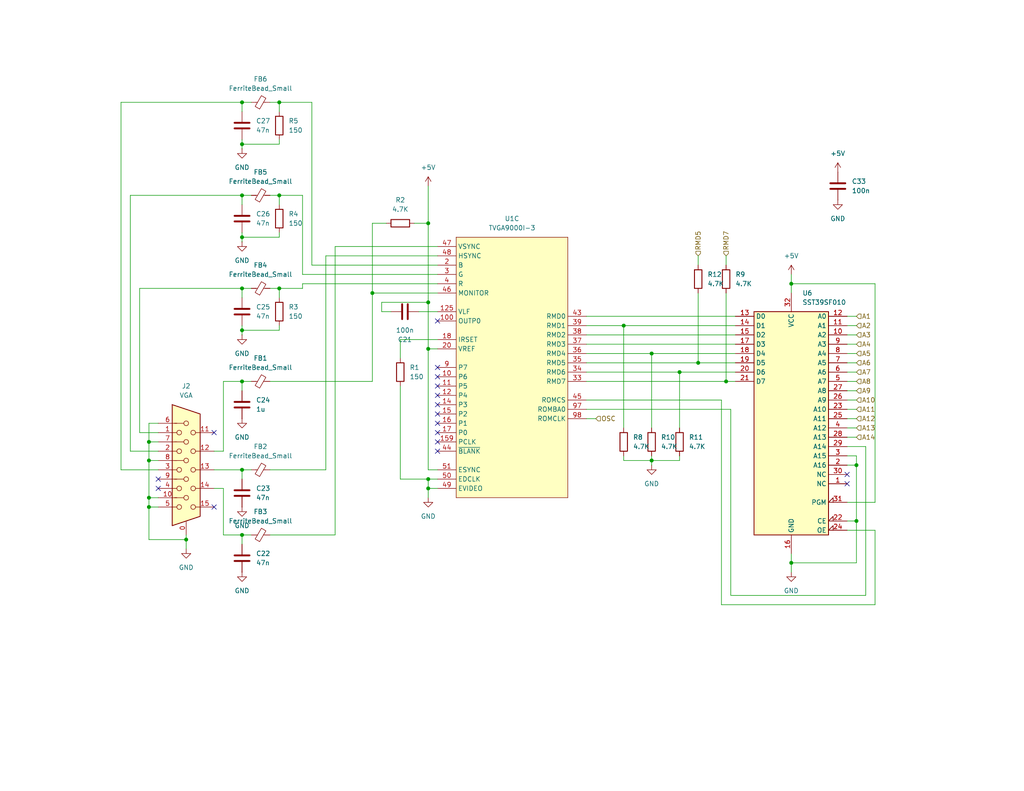
<source format=kicad_sch>
(kicad_sch (version 20231120) (generator "eeschema") (generator_version "8.0")
  (paper "USLetter")
  (lib_symbols
    (symbol "Connector:DE15_Receptacle_HighDensity_MountingHoles" (pin_names (offset 1.016) hide)
      (property "Reference" "J" (at 0 21.59 0))
      (property "Value" "DE15_Receptacle_HighDensity_MountingHoles" (at 0 19.05 0))
      (symbol "DE15_Receptacle_HighDensity_MountingHoles_0_1"
        (circle (center -1.905 -10.16) (radius 0.635))
        (circle (center -1.905 -5.08) (radius 0.635))
        (circle (center -1.905 0) (radius 0.635))
        (circle (center -1.905 5.08) (radius 0.635))
        (circle (center -1.905 10.16) (radius 0.635))
        (circle (center 0 -7.62) (radius 0.635))
        (circle (center 0 -2.54) (radius 0.635))
        (polyline (pts (xy -3.175 7.62) (xy -0.635 7.62)))
        (polyline (pts (xy -0.635 -7.62) (xy -3.175 -7.62)))
        (polyline (pts (xy -0.635 -2.54) (xy -3.175 -2.54)))
        (polyline (pts (xy -0.635 2.54) (xy -3.175 2.54)))
        (polyline (pts (xy -0.635 12.7) (xy -3.175 12.7)))
        (polyline (pts (xy -3.81 17.78) (xy -3.81 -15.24) (xy 3.81 -12.7) (xy 3.81 15.24) (xy -3.81 17.78)) (stroke (width 0.254)) (fill (type background)))
        (circle (center 0 2.54) (radius 0.635))
        (circle (center 0 7.62) (radius 0.635))
        (circle (center 0 12.7) (radius 0.635))
        (circle (center 1.905 -10.16) (radius 0.635))
        (circle (center 1.905 -5.08) (radius 0.635))
        (circle (center 1.905 0) (radius 0.635))
        (circle (center 1.905 5.08) (radius 0.635))
        (circle (center 1.905 10.16) (radius 0.635))
      )
      (symbol "DE15_Receptacle_HighDensity_MountingHoles_1_1"
        (pin passive line (at 0 -17.78 90) (length 3.81) (name "~") (number "0"))
        (pin passive line (at -7.62 10.16 0) (length 5.08) (name "~") (number "1"))
        (pin passive line (at -7.62 -7.62 0) (length 5.08) (name "~") (number "10"))
        (pin passive line (at 7.62 10.16 180) (length 5.08) (name "~") (number "11"))
        (pin passive line (at 7.62 5.08 180) (length 5.08) (name "~") (number "12"))
        (pin passive line (at 7.62 0 180) (length 5.08) (name "~") (number "13"))
        (pin passive line (at 7.62 -5.08 180) (length 5.08) (name "~") (number "14"))
        (pin passive line (at 7.62 -10.16 180) (length 5.08) (name "~") (number "15"))
        (pin passive line (at -7.62 5.08 0) (length 5.08) (name "~") (number "2"))
        (pin passive line (at -7.62 0 0) (length 5.08) (name "~") (number "3"))
        (pin passive line (at -7.62 -5.08 0) (length 5.08) (name "~") (number "4"))
        (pin passive line (at -7.62 -10.16 0) (length 5.08) (name "~") (number "5"))
        (pin passive line (at -7.62 12.7 0) (length 5.08) (name "~") (number "6"))
        (pin passive line (at -7.62 7.62 0) (length 5.08) (name "~") (number "7"))
        (pin passive line (at -7.62 2.54 0) (length 5.08) (name "~") (number "8"))
        (pin passive line (at -7.62 -2.54 0) (length 5.08) (name "~") (number "9"))
      )
    )
    (symbol "Device:C" (pin_numbers hide) (pin_names (offset 0.254))
      (property "Reference" "C" (at 0.635 2.54 0))
      (property "Value" "C" (at 0.635 -2.54 0))
      (symbol "C_0_1"
        (polyline (pts (xy -2.032 -0.762) (xy 2.032 -0.762)) (stroke (width 0.508)))
        (polyline (pts (xy -2.032 0.762) (xy 2.032 0.762)) (stroke (width 0.508)))
      )
      (symbol "C_1_1"
        (pin passive line (at 0 3.81 270) (length 2.794) (name "~") (number "1"))
        (pin passive line (at 0 -3.81 90) (length 2.794) (name "~") (number "2"))
      )
    )
    (symbol "Device:FerriteBead_Small" (pin_numbers hide) (pin_names (offset 0))
      (property "Reference" "FB" (at 1.905 1.27 0))
      (property "Value" "FerriteBead_Small" (at 1.905 -1.27 0))
      (symbol "FerriteBead_Small_0_1"
        (polyline (pts (xy 0 -1.27) (xy 0 -0.7874)))
        (polyline (pts (xy 0 0.889) (xy 0 1.2954)))
        (polyline (pts (xy -1.8288 0.2794) (xy -1.1176 1.4986) (xy 1.8288 -0.2032) (xy 1.1176 -1.4224) (xy -1.8288 0.2794)))
      )
      (symbol "FerriteBead_Small_1_1"
        (pin passive line (at 0 2.54 270) (length 1.27) (name "~") (number "1"))
        (pin passive line (at 0 -2.54 90) (length 1.27) (name "~") (number "2"))
      )
    )
    (symbol "Device:R" (pin_numbers hide) (pin_names (offset 0))
      (property "Reference" "R" (at 2.032 0 90))
      (property "Value" "R" (at 0 0 90))
      (symbol "R_0_1"
        (rectangle (start -1.016 -2.54) (end 1.016 2.54) (stroke (width 0.254)))
      )
      (symbol "R_1_1"
        (pin passive line (at 0 3.81 270) (length 1.27) (name "~") (number "1"))
        (pin passive line (at 0 -3.81 90) (length 1.27) (name "~") (number "2"))
      )
    )
    (symbol "Memory_Flash:SST39SF010"
      (property "Reference" "U" (at 2.54 33.02 0))
      (property "Value" "SST39SF010" (at 0 -30.48 0))
      (symbol "SST39SF010_0_0"
        (pin power_in line (at 0 -34.29 90) (length 5.08) (name "GND") (number "16"))
        (pin power_in line (at 0 36.83 270) (length 5.08) (name "VCC") (number "32"))
      )
      (symbol "SST39SF010_0_1"
        (rectangle (start -10.16 31.75) (end 10.16 -29.21) (stroke (width 0.254)) (fill (type background)))
      )
      (symbol "SST39SF010_1_1"
        (pin input line (at -15.24 -15.24 0) (length 5.08) (name "NC") (number "1"))
        (pin input line (at -15.24 25.4 0) (length 5.08) (name "A2") (number "10"))
        (pin input line (at -15.24 27.94 0) (length 5.08) (name "A1") (number "11"))
        (pin input line (at -15.24 30.48 0) (length 5.08) (name "A0") (number "12"))
        (pin tri_state line (at 15.24 30.48 180) (length 5.08) (name "D0") (number "13"))
        (pin tri_state line (at 15.24 27.94 180) (length 5.08) (name "D1") (number "14"))
        (pin tri_state line (at 15.24 25.4 180) (length 5.08) (name "D2") (number "15"))
        (pin tri_state line (at 15.24 22.86 180) (length 5.08) (name "D3") (number "17"))
        (pin tri_state line (at 15.24 20.32 180) (length 5.08) (name "D4") (number "18"))
        (pin tri_state line (at 15.24 17.78 180) (length 5.08) (name "D5") (number "19"))
        (pin input line (at -15.24 -10.16 0) (length 5.08) (name "A16") (number "2"))
        (pin tri_state line (at 15.24 15.24 180) (length 5.08) (name "D6") (number "20"))
        (pin tri_state line (at 15.24 12.7 180) (length 5.08) (name "D7") (number "21"))
        (pin input input_low (at -15.24 -25.4 0) (length 5.08) (name "CE") (number "22"))
        (pin input line (at -15.24 5.08 0) (length 5.08) (name "A10") (number "23"))
        (pin input input_low (at -15.24 -27.94 0) (length 5.08) (name "OE") (number "24"))
        (pin input line (at -15.24 2.54 0) (length 5.08) (name "A11") (number "25"))
        (pin input line (at -15.24 7.62 0) (length 5.08) (name "A9") (number "26"))
        (pin input line (at -15.24 10.16 0) (length 5.08) (name "A8") (number "27"))
        (pin input line (at -15.24 -2.54 0) (length 5.08) (name "A13") (number "28"))
        (pin input line (at -15.24 -5.08 0) (length 5.08) (name "A14") (number "29"))
        (pin input line (at -15.24 -7.62 0) (length 5.08) (name "A15") (number "3"))
        (pin input line (at -15.24 -12.7 0) (length 5.08) (name "NC") (number "30"))
        (pin input input_low (at -15.24 -20.32 0) (length 5.08) (name "PGM") (number "31"))
        (pin input line (at -15.24 0 0) (length 5.08) (name "A12") (number "4"))
        (pin input line (at -15.24 12.7 0) (length 5.08) (name "A7") (number "5"))
        (pin input line (at -15.24 15.24 0) (length 5.08) (name "A6") (number "6"))
        (pin input line (at -15.24 17.78 0) (length 5.08) (name "A5") (number "7"))
        (pin input line (at -15.24 20.32 0) (length 5.08) (name "A4") (number "8"))
        (pin input line (at -15.24 22.86 0) (length 5.08) (name "A3") (number "9"))
      )
    )
    (symbol "pc-parts:TVGA9000i"
      (property "Reference" "U" (at 0 0 0))
      (property "Value" "TVGA9000I-3" (at 0 0 0))
      (symbol "TVGA9000i_1_0"
        (pin output line (at -19.05 -17.78 0) (length 5.08) (name "~{MCS16}") (number "102"))
        (pin bidirectional line (at 19.05 -60.96 180) (length 5.08) (name "SD15") (number "103"))
        (pin bidirectional line (at 19.05 -58.42 180) (length 5.08) (name "SD14") (number "104"))
        (pin bidirectional line (at 19.05 -55.88 180) (length 5.08) (name "SD13") (number "105"))
        (pin bidirectional line (at 19.05 -53.34 180) (length 5.08) (name "SD12") (number "106"))
        (pin bidirectional line (at 19.05 -50.8 180) (length 5.08) (name "SD11") (number "107"))
        (pin bidirectional line (at 19.05 -48.26 180) (length 5.08) (name "SD10") (number "108"))
        (pin bidirectional line (at 19.05 -45.72 180) (length 5.08) (name "SD9") (number "109"))
        (pin bidirectional line (at 19.05 -43.18 180) (length 5.08) (name "SD8") (number "110"))
        (pin output line (at -19.05 55.88 0) (length 5.08) (name "IRQ") (number "111"))
        (pin input line (at 19.05 30.48 180) (length 5.08) (name "SA17") (number "113"))
        (pin input line (at 19.05 33.02 180) (length 5.08) (name "SA18") (number "114"))
        (pin input line (at 19.05 35.56 180) (length 5.08) (name "SA19") (number "115"))
        (pin input line (at 19.05 -27.94 180) (length 5.08) (name "LA20") (number "116"))
        (pin input line (at 19.05 -25.4 180) (length 5.08) (name "LA21") (number "117"))
        (pin input line (at 19.05 -22.86 180) (length 5.08) (name "LA22") (number "118"))
        (pin input line (at 19.05 -20.32 180) (length 5.08) (name "LA23") (number "119"))
        (pin bidirectional line (at 19.05 -12.7 180) (length 5.08) (name "SA0") (number "135"))
        (pin bidirectional line (at 19.05 -10.16 180) (length 5.08) (name "SA1") (number "136"))
        (pin bidirectional line (at 19.05 -7.62 180) (length 5.08) (name "SA2") (number "137"))
        (pin bidirectional line (at 19.05 -5.08 180) (length 5.08) (name "SA3") (number "138"))
        (pin bidirectional line (at 19.05 -2.54 180) (length 5.08) (name "SA4") (number "139"))
        (pin bidirectional line (at 19.05 0 180) (length 5.08) (name "SA5") (number "140"))
        (pin bidirectional line (at 19.05 2.54 180) (length 5.08) (name "SA6") (number "141"))
        (pin bidirectional line (at 19.05 5.08 180) (length 5.08) (name "SA7") (number "142"))
        (pin bidirectional line (at 19.05 7.62 180) (length 5.08) (name "SA8") (number "144"))
        (pin bidirectional line (at 19.05 10.16 180) (length 5.08) (name "SA9") (number "145"))
        (pin bidirectional line (at 19.05 12.7 180) (length 5.08) (name "SA10") (number "146"))
        (pin bidirectional line (at 19.05 15.24 180) (length 5.08) (name "SA11") (number "147"))
        (pin bidirectional line (at 19.05 17.78 180) (length 5.08) (name "SA12") (number "148"))
        (pin bidirectional line (at 19.05 20.32 180) (length 5.08) (name "SA13") (number "149"))
        (pin bidirectional line (at 19.05 22.86 180) (length 5.08) (name "SA14") (number "150"))
        (pin bidirectional line (at 19.05 25.4 180) (length 5.08) (name "SA15") (number "151"))
        (pin bidirectional line (at 19.05 27.94 180) (length 5.08) (name "SA16") (number "152"))
        (pin input line (at -19.05 30.48 0) (length 5.08) (name "~{IOR}") (number "153"))
        (pin input line (at -19.05 33.02 0) (length 5.08) (name "~{IOW}") (number "154"))
        (pin input line (at -19.05 35.56 0) (length 5.08) (name "~{MEMR}") (number "155"))
        (pin input line (at -19.05 38.1 0) (length 5.08) (name "~{MEMW}") (number "156"))
        (pin output line (at 19.05 40.64 180) (length 5.08) (name "IOCHRDY") (number "157"))
        (pin input line (at -19.05 17.78 0) (length 5.08) (name "ENMEM") (number "158"))
        (pin input line (at -19.05 -5.08 0) (length 5.08) (name "ALE") (number "21"))
        (pin input line (at 19.05 38.1 180) (length 5.08) (name "AEN") (number "22"))
        (pin output line (at 19.05 63.5 180) (length 5.08) (name "~{NMI}") (number "24"))
        (pin bidirectional line (at 19.05 43.18 180) (length 5.08) (name "SD0") (number "25"))
        (pin bidirectional line (at 19.05 45.72 180) (length 5.08) (name "SD1") (number "26"))
        (pin bidirectional line (at 19.05 48.26 180) (length 5.08) (name "SD2") (number "27"))
        (pin bidirectional line (at 19.05 50.8 180) (length 5.08) (name "SD3") (number "28"))
        (pin bidirectional line (at 19.05 53.34 180) (length 5.08) (name "SD4") (number "29"))
        (pin bidirectional line (at 19.05 55.88 180) (length 5.08) (name "SD5") (number "30"))
        (pin bidirectional line (at 19.05 58.42 180) (length 5.08) (name "SD6") (number "31"))
        (pin bidirectional line (at 19.05 60.96 180) (length 5.08) (name "SD7") (number "32"))
        (pin input line (at -19.05 60.96 0) (length 5.08) (name "RESET") (number "5"))
        (pin input line (at 19.05 -17.78 180) (length 5.08) (name "~{SBHE}") (number "99"))
      )
      (symbol "TVGA9000i_1_1"
        (rectangle (start -13.97 66.04) (end 13.97 -63.5) (fill (type background)))
      )
      (symbol "TVGA9000i_2_0"
        (pin bidirectional line (at 20.32 -26.67 180) (length 5.08) (name "DMCLK") (number "129"))
        (pin output line (at -20.32 -1.27 0) (length 5.08) (name "MAA0") (number "52"))
        (pin output line (at -20.32 1.27 0) (length 5.08) (name "MAA1") (number "53"))
        (pin output line (at -20.32 3.81 0) (length 5.08) (name "MAA2") (number "54"))
        (pin output line (at -20.32 6.35 0) (length 5.08) (name "MAA3") (number "55"))
        (pin output line (at -20.32 8.89 0) (length 5.08) (name "MAA4") (number "56"))
        (pin output line (at -20.32 11.43 0) (length 5.08) (name "MAA5") (number "57"))
        (pin output line (at -20.32 13.97 0) (length 5.08) (name "MAA6") (number "59"))
        (pin output line (at -20.32 16.51 0) (length 5.08) (name "MAA7") (number "60"))
        (pin output line (at -20.32 19.05 0) (length 5.08) (name "MAA8") (number "61"))
        (pin bidirectional line (at 20.32 -21.59 180) (length 5.08) (name "MD0") (number "64"))
        (pin bidirectional line (at 20.32 -19.05 180) (length 5.08) (name "MD1") (number "65"))
        (pin bidirectional line (at 20.32 -16.51 180) (length 5.08) (name "MD2") (number "66"))
        (pin bidirectional line (at 20.32 -13.97 180) (length 5.08) (name "MD3") (number "67"))
        (pin bidirectional line (at 20.32 -11.43 180) (length 5.08) (name "MD4") (number "68"))
        (pin bidirectional line (at 20.32 -8.89 180) (length 5.08) (name "MD5") (number "70"))
        (pin bidirectional line (at 20.32 -6.35 180) (length 5.08) (name "MD6") (number "71"))
        (pin bidirectional line (at 20.32 -3.81 180) (length 5.08) (name "MD7") (number "72"))
        (pin output line (at -20.32 -26.67 0) (length 5.08) (name "MAB0") (number "73"))
        (pin output line (at -20.32 -24.13 0) (length 5.08) (name "MAB1") (number "74"))
        (pin output line (at -20.32 -21.59 0) (length 5.08) (name "MAB2") (number "75"))
        (pin output line (at -20.32 -19.05 0) (length 5.08) (name "MAB3") (number "76"))
        (pin output line (at -20.32 -16.51 0) (length 5.08) (name "MAB4") (number "77"))
        (pin output line (at -20.32 -13.97 0) (length 5.08) (name "MAB5") (number "78"))
        (pin output line (at -20.32 -11.43 0) (length 5.08) (name "MAB6") (number "82"))
        (pin output line (at -20.32 -8.89 0) (length 5.08) (name "MAB7") (number "83"))
        (pin output line (at -20.32 -6.35 0) (length 5.08) (name "MAB8") (number "84"))
        (pin output line (at -20.32 26.67 0) (length 5.08) (name "~{CAS}") (number "85"))
        (pin output line (at -20.32 24.13 0) (length 5.08) (name "~{RAS}") (number "86"))
        (pin output line (at 20.32 26.67 180) (length 5.08) (name "~{WE2}") (number "87"))
        (pin output line (at 20.32 24.13 180) (length 5.08) (name "~{WE0}") (number "88"))
        (pin bidirectional line (at 20.32 1.27 180) (length 5.08) (name "MD16") (number "89"))
        (pin bidirectional line (at 20.32 3.81 180) (length 5.08) (name "MD17") (number "90"))
        (pin bidirectional line (at 20.32 6.35 180) (length 5.08) (name "MD18") (number "91"))
        (pin bidirectional line (at 20.32 8.89 180) (length 5.08) (name "MD19") (number "92"))
        (pin bidirectional line (at 20.32 11.43 180) (length 5.08) (name "MD20") (number "93"))
        (pin bidirectional line (at 20.32 13.97 180) (length 5.08) (name "MD21") (number "94"))
        (pin bidirectional line (at 20.32 16.51 180) (length 5.08) (name "MD22") (number "95"))
        (pin bidirectional line (at 20.32 19.05 180) (length 5.08) (name "MD23") (number "96"))
      )
      (symbol "TVGA9000i_2_1"
        (rectangle (start -15.24 30.48) (end 15.24 -30.48) (fill (type background)))
      )
      (symbol "TVGA9000i_3_0"
        (pin bidirectional line (at 20.32 -2.54 180) (length 5.08) (name "P6") (number "10"))
        (pin output line (at 20.32 12.7 180) (length 5.08) (name "OUTP0") (number "100"))
        (pin bidirectional line (at 20.32 -5.08 180) (length 5.08) (name "P5") (number "11"))
        (pin bidirectional line (at 20.32 -7.62 180) (length 5.08) (name "P4") (number "12"))
        (pin output line (at 20.32 15.24 180) (length 5.08) (name "VLF") (number "125"))
        (pin bidirectional line (at 20.32 -10.16 180) (length 5.08) (name "P3") (number "14"))
        (pin bidirectional line (at 20.32 -12.7 180) (length 5.08) (name "P2") (number "15"))
        (pin bidirectional line (at 20.32 -20.32 180) (length 5.08) (name "PCLK") (number "159"))
        (pin bidirectional line (at 20.32 -15.24 180) (length 5.08) (name "P1") (number "16"))
        (pin bidirectional line (at 20.32 -17.78 180) (length 5.08) (name "P0") (number "17"))
        (pin input line (at 20.32 7.62 180) (length 5.08) (name "IRSET") (number "18"))
        (pin output line (at 20.32 27.94 180) (length 5.08) (name "B") (number "2"))
        (pin input line (at 20.32 5.08 180) (length 5.08) (name "VREF") (number "20"))
        (pin output line (at 20.32 25.4 180) (length 5.08) (name "G") (number "3"))
        (pin bidirectional line (at -20.32 -3.81 0) (length 5.08) (name "RMD7") (number "33"))
        (pin bidirectional line (at -20.32 -1.27 0) (length 5.08) (name "RMD6") (number "34"))
        (pin bidirectional line (at -20.32 1.27 0) (length 5.08) (name "RMD5") (number "35"))
        (pin bidirectional line (at -20.32 3.81 0) (length 5.08) (name "RMD4") (number "36"))
        (pin bidirectional line (at -20.32 6.35 0) (length 5.08) (name "RMD3") (number "37"))
        (pin bidirectional line (at -20.32 8.89 0) (length 5.08) (name "RMD2") (number "38"))
        (pin bidirectional line (at -20.32 11.43 0) (length 5.08) (name "RMD1") (number "39"))
        (pin output line (at 20.32 22.86 180) (length 5.08) (name "R") (number "4"))
        (pin bidirectional line (at -20.32 13.97 0) (length 5.08) (name "RMD0") (number "43"))
        (pin bidirectional line (at 20.32 -22.86 180) (length 5.08) (name "~{BLANK}") (number "44"))
        (pin output line (at -20.32 -8.89 0) (length 5.08) (name "ROMCS") (number "45"))
        (pin input line (at 20.32 20.32 180) (length 5.08) (name "MONITOR") (number "46"))
        (pin output line (at 20.32 33.02 180) (length 5.08) (name "VSYNC") (number "47"))
        (pin output line (at 20.32 30.48 180) (length 5.08) (name "HSYNC") (number "48"))
        (pin input line (at 20.32 -33.02 180) (length 5.08) (name "EVIDEO") (number "49"))
        (pin input line (at 20.32 -30.48 180) (length 5.08) (name "EDCLK") (number "50"))
        (pin input line (at 20.32 -27.94 180) (length 5.08) (name "ESYNC") (number "51"))
        (pin bidirectional line (at 20.32 0 180) (length 5.08) (name "P7") (number "9"))
        (pin output line (at -20.32 -11.43 0) (length 5.08) (name "ROMBA0") (number "97"))
        (pin output line (at -20.32 -13.97 0) (length 5.08) (name "ROMCLK") (number "98"))
      )
      (symbol "TVGA9000i_3_1"
        (rectangle (start -15.24 35.56) (end 15.24 -35.56) (fill (type background)))
      )
      (symbol "TVGA9000i_4_0"
        (pin power_in line (at -17.78 -20.32 90) (length 5.08) (name "AVSS2") (number "1"))
        (pin power_in line (at 10.16 -20.32 90) (length 5.08) (name "VSS") (number "101"))
        (pin no_connect line (at 30.48 1.27 180) (length 5.08) (name "RESERVED") (number "112"))
        (pin power_in line (at 2.54 20.32 270) (length 5.08) (name "VDD") (number "120"))
        (pin power_in line (at 12.7 -20.32 90) (length 5.08) (name "VSS") (number "121"))
        (pin power_in line (at 15.24 -20.32 90) (length 5.08) (name "VSS") (number "122"))
        (pin no_connect line (at 30.48 -1.27 180) (length 5.08) (name "RESERVED") (number "123"))
        (pin power_in line (at -17.78 20.32 270) (length 5.08) (name "AVDD1") (number "124"))
        (pin power_in line (at -20.32 -20.32 90) (length 5.08) (name "AVSS1") (number "126"))
        (pin no_connect line (at 30.48 -3.81 180) (length 5.08) (name "RESERVED") (number "127"))
        (pin power_in line (at -12.7 -20.32 90) (length 5.08) (name "DVSS1") (number "128"))
        (pin power_in line (at -15.24 20.32 270) (length 5.08) (name "AVDD2") (number "13"))
        (pin power_in line (at -7.62 20.32 270) (length 5.08) (name "DVDD1") (number "130"))
        (pin output line (at -30.48 1.27 0) (length 5.08) (name "XTL1") (number "131"))
        (pin output line (at 30.48 6.35 180) (length 5.08) (name "MLF(RES)") (number "132"))
        (pin input line (at -30.48 -1.27 0) (length 5.08) (name "XTL2") (number "133"))
        (pin power_in line (at 0 20.32 270) (length 5.08) (name "VDD") (number "134"))
        (pin power_in line (at 17.78 -20.32 90) (length 5.08) (name "VSS") (number "143"))
        (pin power_in line (at 20.32 -20.32 90) (length 5.08) (name "VSS") (number "160"))
        (pin power_in line (at 15.24 20.32 270) (length 5.08) (name "VDD") (number "19"))
        (pin power_in line (at -5.08 -20.32 90) (length 5.08) (name "VSS") (number "23"))
        (pin power_in line (at 12.7 20.32 270) (length 5.08) (name "VDD") (number "40"))
        (pin power_in line (at -2.54 -20.32 90) (length 5.08) (name "VSS") (number "41"))
        (pin power_in line (at 0 -20.32 90) (length 5.08) (name "VSS") (number "42"))
        (pin power_in line (at 2.54 -20.32 90) (length 5.08) (name "VSS") (number "58"))
        (pin power_in line (at -12.7 20.32 270) (length 5.08) (name "AVDD2") (number "6"))
        (pin power_in line (at 10.16 20.32 270) (length 5.08) (name "VDD") (number "62"))
        (pin no_connect line (at 30.48 -6.35 180) (length 5.08) (name "MCA_RESERVED") (number "63"))
        (pin power_in line (at 7.62 20.32 270) (length 5.08) (name "VDD") (number "69"))
        (pin power_in line (at -10.16 -20.32 90) (length 5.08) (name "DVSS2") (number "7"))
        (pin power_in line (at 5.08 -20.32 90) (length 5.08) (name "VSS") (number "79"))
        (pin power_in line (at -5.08 20.32 270) (length 5.08) (name "DVDD2") (number "8"))
        (pin power_in line (at 7.62 -20.32 90) (length 5.08) (name "VSS") (number "80"))
        (pin power_in line (at 5.08 20.32 270) (length 5.08) (name "VDD") (number "81"))
      )
      (symbol "TVGA9000i_4_1"
        (rectangle (start -25.4 15.24) (end 25.4 -15.24) (fill (type background)))
      )
    )
    (symbol "power:+5V" (power) (pin_numbers hide) (pin_names (offset 0) hide)
      (property "Value" "+5V" (at 0 3.556 0))
      (symbol "+5V_0_1"
        (polyline (pts (xy -0.762 1.27) (xy 0 2.54)))
        (polyline (pts (xy 0 0) (xy 0 2.54)))
        (polyline (pts (xy 0 2.54) (xy 0.762 1.27)))
      )
      (symbol "+5V_1_1"
        (pin power_in line (at 0 0 90) (length 0) (name "~") (number "1"))
      )
    )
    (symbol "power:GND" (power) (pin_numbers hide) (pin_names (offset 0) hide)
      (property "Value" "GND" (at 0 -3.81 0))
      (symbol "GND_0_1"
        (polyline (pts (xy 0 0) (xy 0 -1.27) (xy 1.27 -1.27) (xy 0 -2.54) (xy -1.27 -1.27) (xy 0 -1.27)))
      )
      (symbol "GND_1_1"
        (pin power_in line (at 0 0 270) (length 0) (name "~") (number "1"))
      )
    )
  )
  (junction (at 190.5 99.06))
  (junction (at 116.84 130.81))
  (junction (at 185.42 101.6))
  (junction (at 233.68 127))
  (junction (at 40.64 125.73))
  (junction (at 177.8 96.52))
  (junction (at 116.84 95.25))
  (junction (at 198.12 104.14))
  (junction (at 40.64 120.65))
  (junction (at 116.84 60.96))
  (junction (at 101.6 80.01))
  (junction (at 116.84 82.55))
  (junction (at 233.68 142.24))
  (junction (at 215.9 153.67))
  (junction (at 76.2 53.34))
  (junction (at 66.04 39.37))
  (junction (at 66.04 53.34))
  (junction (at 66.04 78.74))
  (junction (at 76.2 27.94))
  (junction (at 66.04 90.17))
  (junction (at 66.04 128.27))
  (junction (at 177.8 125.73))
  (junction (at 66.04 27.94))
  (junction (at 66.04 64.77))
  (junction (at 66.04 146.05))
  (junction (at 40.64 135.89))
  (junction (at 170.18 88.9))
  (junction (at 215.9 77.47))
  (junction (at 76.2 78.74))
  (junction (at 66.04 104.14))
  (junction (at 40.64 138.43))
  (junction (at 116.84 133.35))
  (junction (at 50.8 147.32))
  (no_connect (at 119.38 105.41))
  (no_connect (at 58.42 118.11))
  (no_connect (at 119.38 123.19))
  (no_connect (at 119.38 118.11))
  (no_connect (at 119.38 102.87))
  (no_connect (at 119.38 107.95))
  (no_connect (at 43.18 133.35))
  (no_connect (at 119.38 100.33))
  (no_connect (at 119.38 87.63))
  (no_connect (at 58.42 138.43))
  (no_connect (at 231.14 129.54))
  (no_connect (at 231.14 132.08))
  (no_connect (at 119.38 110.49))
  (no_connect (at 119.38 120.65))
  (no_connect (at 119.38 113.03))
  (no_connect (at 119.38 115.57))
  (no_connect (at 43.18 130.81))
  (wire (pts (xy 170.18 125.73) (xy 177.8 125.73)))
  (wire (pts (xy 198.12 69.85) (xy 198.12 72.39)))
  (wire (pts (xy 231.14 99.06) (xy 233.68 99.06)))
  (wire (pts (xy 66.04 66.04) (xy 66.04 64.77)))
  (wire (pts (xy 66.04 104.14) (xy 66.04 106.68)))
  (wire (pts (xy 190.5 99.06) (xy 200.66 99.06)))
  (wire (pts (xy 238.76 77.47) (xy 215.9 77.47)))
  (wire (pts (xy 185.42 101.6) (xy 200.66 101.6)))
  (wire (pts (xy 66.04 53.34) (xy 35.56 53.34)))
  (wire (pts (xy 76.2 53.34) (xy 76.2 55.88)))
  (wire (pts (xy 76.2 78.74) (xy 76.2 81.28)))
  (wire (pts (xy 160.02 99.06) (xy 190.5 99.06)))
  (wire (pts (xy 58.42 123.19) (xy 60.96 123.19)))
  (wire (pts (xy 66.04 90.17) (xy 66.04 88.9)))
  (wire (pts (xy 119.38 92.71) (xy 109.22 92.71)))
  (wire (pts (xy 160.02 104.14) (xy 198.12 104.14)))
  (wire (pts (xy 231.14 142.24) (xy 233.68 142.24)))
  (wire (pts (xy 160.02 114.3) (xy 162.56 114.3)))
  (wire (pts (xy 40.64 115.57) (xy 40.64 120.65)))
  (wire (pts (xy 177.8 96.52) (xy 200.66 96.52)))
  (wire (pts (xy 119.38 80.01) (xy 101.6 80.01)))
  (wire (pts (xy 238.76 137.16) (xy 238.76 77.47)))
  (wire (pts (xy 66.04 27.94) (xy 33.02 27.94)))
  (wire (pts (xy 177.8 96.52) (xy 177.8 116.84)))
  (wire (pts (xy 238.76 144.78) (xy 231.14 144.78)))
  (wire (pts (xy 160.02 86.36) (xy 200.66 86.36)))
  (wire (pts (xy 190.5 69.85) (xy 190.5 72.39)))
  (wire (pts (xy 233.68 142.24) (xy 233.68 127)))
  (wire (pts (xy 119.38 72.39) (xy 85.09 72.39)))
  (wire (pts (xy 101.6 104.14) (xy 101.6 80.01)))
  (wire (pts (xy 231.14 106.68) (xy 233.68 106.68)))
  (wire (pts (xy 50.8 146.05) (xy 50.8 147.32)))
  (wire (pts (xy 66.04 64.77) (xy 76.2 64.77)))
  (wire (pts (xy 170.18 124.46) (xy 170.18 125.73)))
  (wire (pts (xy 231.14 114.3) (xy 233.68 114.3)))
  (wire (pts (xy 185.42 125.73) (xy 185.42 124.46)))
  (wire (pts (xy 177.8 125.73) (xy 185.42 125.73)))
  (wire (pts (xy 66.04 128.27) (xy 68.58 128.27)))
  (wire (pts (xy 196.85 165.1) (xy 238.76 165.1)))
  (wire (pts (xy 231.14 111.76) (xy 233.68 111.76)))
  (wire (pts (xy 199.39 111.76) (xy 199.39 162.56)))
  (wire (pts (xy 160.02 111.76) (xy 199.39 111.76)))
  (wire (pts (xy 101.6 60.96) (xy 101.6 80.01)))
  (wire (pts (xy 231.14 86.36) (xy 233.68 86.36)))
  (wire (pts (xy 215.9 151.13) (xy 215.9 153.67)))
  (wire (pts (xy 66.04 78.74) (xy 68.58 78.74)))
  (wire (pts (xy 82.55 78.74) (xy 82.55 77.47)))
  (wire (pts (xy 33.02 128.27) (xy 43.18 128.27)))
  (wire (pts (xy 40.64 120.65) (xy 43.18 120.65)))
  (wire (pts (xy 60.96 146.05) (xy 66.04 146.05)))
  (wire (pts (xy 177.8 124.46) (xy 177.8 125.73)))
  (wire (pts (xy 119.38 128.27) (xy 116.84 128.27)))
  (wire (pts (xy 82.55 74.93) (xy 119.38 74.93)))
  (wire (pts (xy 104.14 82.55) (xy 104.14 85.09)))
  (wire (pts (xy 116.84 130.81) (xy 109.22 130.81)))
  (wire (pts (xy 236.22 121.92) (xy 231.14 121.92)))
  (wire (pts (xy 60.96 133.35) (xy 60.96 146.05)))
  (wire (pts (xy 76.2 27.94) (xy 76.2 30.48)))
  (wire (pts (xy 66.04 27.94) (xy 68.58 27.94)))
  (wire (pts (xy 66.04 64.77) (xy 66.04 63.5)))
  (wire (pts (xy 76.2 90.17) (xy 76.2 88.9)))
  (wire (pts (xy 66.04 39.37) (xy 76.2 39.37)))
  (wire (pts (xy 82.55 53.34) (xy 76.2 53.34)))
  (wire (pts (xy 231.14 137.16) (xy 238.76 137.16)))
  (wire (pts (xy 116.84 50.8) (xy 116.84 60.96)))
  (wire (pts (xy 198.12 104.14) (xy 200.66 104.14)))
  (wire (pts (xy 238.76 165.1) (xy 238.76 144.78)))
  (wire (pts (xy 66.04 146.05) (xy 68.58 146.05)))
  (wire (pts (xy 88.9 128.27) (xy 73.66 128.27)))
  (wire (pts (xy 116.84 133.35) (xy 116.84 135.89)))
  (wire (pts (xy 160.02 96.52) (xy 177.8 96.52)))
  (wire (pts (xy 101.6 104.14) (xy 73.66 104.14)))
  (wire (pts (xy 116.84 60.96) (xy 116.84 82.55)))
  (wire (pts (xy 66.04 90.17) (xy 76.2 90.17)))
  (wire (pts (xy 73.66 27.94) (xy 76.2 27.94)))
  (wire (pts (xy 91.44 67.31) (xy 119.38 67.31)))
  (wire (pts (xy 215.9 74.93) (xy 215.9 77.47)))
  (wire (pts (xy 215.9 77.47) (xy 215.9 80.01)))
  (wire (pts (xy 160.02 101.6) (xy 185.42 101.6)))
  (wire (pts (xy 170.18 88.9) (xy 200.66 88.9)))
  (wire (pts (xy 231.14 116.84) (xy 233.68 116.84)))
  (wire (pts (xy 58.42 133.35) (xy 60.96 133.35)))
  (wire (pts (xy 160.02 109.22) (xy 196.85 109.22)))
  (wire (pts (xy 198.12 80.01) (xy 198.12 104.14)))
  (wire (pts (xy 66.04 39.37) (xy 66.04 38.1)))
  (wire (pts (xy 85.09 27.94) (xy 76.2 27.94)))
  (wire (pts (xy 40.64 147.32) (xy 50.8 147.32)))
  (wire (pts (xy 231.14 109.22) (xy 233.68 109.22)))
  (wire (pts (xy 60.96 123.19) (xy 60.96 104.14)))
  (wire (pts (xy 85.09 72.39) (xy 85.09 27.94)))
  (wire (pts (xy 66.04 128.27) (xy 66.04 130.81)))
  (wire (pts (xy 40.64 120.65) (xy 40.64 125.73)))
  (wire (pts (xy 160.02 93.98) (xy 200.66 93.98)))
  (wire (pts (xy 196.85 109.22) (xy 196.85 165.1)))
  (wire (pts (xy 66.04 40.64) (xy 66.04 39.37)))
  (wire (pts (xy 40.64 135.89) (xy 43.18 135.89)))
  (wire (pts (xy 119.38 133.35) (xy 116.84 133.35)))
  (wire (pts (xy 160.02 88.9) (xy 170.18 88.9)))
  (wire (pts (xy 116.84 95.25) (xy 119.38 95.25)))
  (wire (pts (xy 231.14 88.9) (xy 233.68 88.9)))
  (wire (pts (xy 231.14 101.6) (xy 233.68 101.6)))
  (wire (pts (xy 66.04 53.34) (xy 68.58 53.34)))
  (wire (pts (xy 231.14 124.46) (xy 233.68 124.46)))
  (wire (pts (xy 35.56 123.19) (xy 43.18 123.19)))
  (wire (pts (xy 231.14 96.52) (xy 233.68 96.52)))
  (wire (pts (xy 170.18 88.9) (xy 170.18 116.84)))
  (wire (pts (xy 104.14 85.09) (xy 106.68 85.09)))
  (wire (pts (xy 109.22 130.81) (xy 109.22 105.41)))
  (wire (pts (xy 50.8 147.32) (xy 50.8 149.86)))
  (wire (pts (xy 66.04 78.74) (xy 38.1 78.74)))
  (wire (pts (xy 82.55 74.93) (xy 82.55 53.34)))
  (wire (pts (xy 66.04 27.94) (xy 66.04 30.48)))
  (wire (pts (xy 114.3 85.09) (xy 119.38 85.09)))
  (wire (pts (xy 199.39 162.56) (xy 236.22 162.56)))
  (wire (pts (xy 40.64 125.73) (xy 40.64 135.89)))
  (wire (pts (xy 66.04 91.44) (xy 66.04 90.17)))
  (wire (pts (xy 35.56 53.34) (xy 35.56 123.19)))
  (wire (pts (xy 40.64 138.43) (xy 40.64 147.32)))
  (wire (pts (xy 40.64 125.73) (xy 43.18 125.73)))
  (wire (pts (xy 116.84 82.55) (xy 116.84 95.25)))
  (wire (pts (xy 38.1 78.74) (xy 38.1 118.11)))
  (wire (pts (xy 233.68 124.46) (xy 233.68 127)))
  (wire (pts (xy 116.84 128.27) (xy 116.84 95.25)))
  (wire (pts (xy 40.64 135.89) (xy 40.64 138.43)))
  (wire (pts (xy 66.04 146.05) (xy 66.04 148.59)))
  (wire (pts (xy 73.66 78.74) (xy 76.2 78.74)))
  (wire (pts (xy 185.42 101.6) (xy 185.42 116.84)))
  (wire (pts (xy 116.84 82.55) (xy 104.14 82.55)))
  (wire (pts (xy 73.66 146.05) (xy 91.44 146.05)))
  (wire (pts (xy 231.14 119.38) (xy 233.68 119.38)))
  (wire (pts (xy 231.14 93.98) (xy 233.68 93.98)))
  (wire (pts (xy 82.55 78.74) (xy 76.2 78.74)))
  (wire (pts (xy 160.02 91.44) (xy 200.66 91.44)))
  (wire (pts (xy 58.42 128.27) (xy 66.04 128.27)))
  (wire (pts (xy 116.84 130.81) (xy 116.84 133.35)))
  (wire (pts (xy 113.03 60.96) (xy 116.84 60.96)))
  (wire (pts (xy 109.22 92.71) (xy 109.22 97.79)))
  (wire (pts (xy 73.66 53.34) (xy 76.2 53.34)))
  (wire (pts (xy 231.14 91.44) (xy 233.68 91.44)))
  (wire (pts (xy 38.1 118.11) (xy 43.18 118.11)))
  (wire (pts (xy 91.44 146.05) (xy 91.44 67.31)))
  (wire (pts (xy 105.41 60.96) (xy 101.6 60.96)))
  (wire (pts (xy 43.18 115.57) (xy 40.64 115.57)))
  (wire (pts (xy 66.04 104.14) (xy 68.58 104.14)))
  (wire (pts (xy 88.9 69.85) (xy 88.9 128.27)))
  (wire (pts (xy 40.64 138.43) (xy 43.18 138.43)))
  (wire (pts (xy 76.2 39.37) (xy 76.2 38.1)))
  (wire (pts (xy 236.22 162.56) (xy 236.22 121.92)))
  (wire (pts (xy 82.55 77.47) (xy 119.38 77.47)))
  (wire (pts (xy 215.9 153.67) (xy 215.9 156.21)))
  (wire (pts (xy 88.9 69.85) (xy 119.38 69.85)))
  (wire (pts (xy 66.04 53.34) (xy 66.04 55.88)))
  (wire (pts (xy 233.68 153.67) (xy 233.68 142.24)))
  (wire (pts (xy 33.02 27.94) (xy 33.02 128.27)))
  (wire (pts (xy 231.14 104.14) (xy 233.68 104.14)))
  (wire (pts (xy 76.2 64.77) (xy 76.2 63.5)))
  (wire (pts (xy 190.5 80.01) (xy 190.5 99.06)))
  (wire (pts (xy 233.68 127) (xy 231.14 127)))
  (wire (pts (xy 66.04 78.74) (xy 66.04 81.28)))
  (wire (pts (xy 215.9 153.67) (xy 233.68 153.67)))
  (wire (pts (xy 119.38 130.81) (xy 116.84 130.81)))
  (wire (pts (xy 177.8 125.73) (xy 177.8 127)))
  (wire (pts (xy 60.96 104.14) (xy 66.04 104.14)))
  (hierarchical_label "A9" (shape input) (at 233.68 106.68 0))
  (hierarchical_label "OSC" (shape input) (at 162.56 114.3 0))
  (hierarchical_label "A3" (shape input) (at 233.68 91.44 0))
  (hierarchical_label "RMD7" (shape input) (at 198.12 69.85 90))
  (hierarchical_label "A5" (shape input) (at 233.68 96.52 0))
  (hierarchical_label "A12" (shape input) (at 233.68 114.3 0))
  (hierarchical_label "RMD5" (shape input) (at 190.5 69.85 90))
  (hierarchical_label "A13" (shape input) (at 233.68 116.84 0))
  (hierarchical_label "A11" (shape input) (at 233.68 111.76 0))
  (hierarchical_label "A14" (shape input) (at 233.68 119.38 0))
  (hierarchical_label "A10" (shape input) (at 233.68 109.22 0))
  (hierarchical_label "A4" (shape input) (at 233.68 93.98 0))
  (hierarchical_label "A8" (shape input) (at 233.68 104.14 0))
  (hierarchical_label "A6" (shape input) (at 233.68 99.06 0))
  (hierarchical_label "A1" (shape input) (at 233.68 86.36 0))
  (hierarchical_label "A2" (shape input) (at 233.68 88.9 0))
  (hierarchical_label "A7" (shape input) (at 233.68 101.6 0))
  (symbol (lib_id "Device:FerriteBead_Small") (at 71.12 146.05 90) (unit 1)
    (property "Reference" "FB3" (at 71.0819 139.7 90))
    (property "Value" "FerriteBead_Small" (at 71.0819 142.24 90))
    (property "Footprint" "Inductor_SMD:L_0603_1608Metric_Pad1.05x0.95mm_HandSolder" (effects (hide yes)))
    (property "Description" "Ferrite bead, small symbol" (effects (hide yes)))
  )
  (symbol (lib_id "power:GND") (at 228.6 54.61 0) (unit 1)
    (property "Reference" "#PWR039" (effects (hide yes)))
    (property "Value" "GND" (at 228.6 59.69 0))
    (property "Description" "Power symbol creates a global label with name \"GND\" , ground" (effects (hide yes)))
  )
  (symbol (lib_id "power:+5V") (at 228.6 46.99 0) (unit 1)
    (property "Reference" "#PWR038" (effects (hide yes)))
    (property "Value" "+5V" (at 228.6 41.91 0))
    (property "Description" "Power symbol creates a global label with name \"+5V\"" (effects (hide yes)))
  )
  (symbol (lib_id "power:GND") (at 215.9 156.21 0) (unit 1)
    (property "Reference" "#PWR021" (effects (hide yes)))
    (property "Value" "GND" (at 215.9 161.29 0))
    (property "Description" "Power symbol creates a global label with name \"GND\" , ground" (effects (hide yes)))
  )
  (symbol (lib_id "pc-parts:TVGA9000i") (at 139.7 100.33 0) (mirror y) (unit 3)
    (property "Reference" "U1" (at 139.7 59.69 0))
    (property "Value" "TVGA9000I-3" (at 139.7 62.23 0))
    (property "Footprint" "Package_QFP:PQFP-160_28x28mm_P0.65mm" (effects (hide yes)))
  )
  (symbol (lib_id "power:GND") (at 66.04 40.64 0) (unit 1)
    (property "Reference" "#PWR030" (effects (hide yes)))
    (property "Value" "GND" (at 66.04 45.72 0))
    (property "Description" "Power symbol creates a global label with name \"GND\" , ground" (effects (hide yes)))
  )
  (symbol (lib_id "Memory_Flash:SST39SF010") (at 215.9 116.84 0) (mirror y) (unit 1)
    (property "Reference" "U6" (at 218.9165 80.01 0) (effects (justify right)))
    (property "Value" "SST39SF010" (at 218.9165 82.55 0) (effects (justify right)))
    (property "Footprint" "Package_DIP:DIP-32_W15.24mm" (effects (hide yes)))
    (property "Datasheet" "http://ww1.microchip.com/downloads/en/DeviceDoc/25022B.pdf" (effects (hide yes)))
    (property "Description" "Silicon Storage Technology (SSF) 128k x 8 Flash ROM" (effects (hide yes)))
  )
  (symbol (lib_id "power:+5V") (at 116.84 50.8 0) (unit 1)
    (property "Reference" "#PWR022" (effects (hide yes)))
    (property "Value" "+5V" (at 116.84 45.72 0))
    (property "Description" "Power symbol creates a global label with name \"+5V\"" (effects (hide yes)))
  )
  (symbol (lib_id "power:+5V") (at 215.9 74.93 0) (unit 1)
    (property "Reference" "#PWR023" (effects (hide yes)))
    (property "Value" "+5V" (at 215.9 69.85 0))
    (property "Description" "Power symbol creates a global label with name \"+5V\"" (effects (hide yes)))
  )
  (symbol (lib_id "Device:C") (at 110.49 85.09 270) (mirror x) (unit 1)
    (property "Reference" "C21" (at 110.49 92.71 90))
    (property "Value" "100n" (at 110.49 90.17 90))
    (property "Footprint" "Capacitor_SMD:C_0603_1608Metric_Pad1.08x0.95mm_HandSolder" (effects (hide yes)))
    (property "Description" "Unpolarized capacitor" (effects (hide yes)))
  )
  (symbol (lib_id "Device:C") (at 66.04 34.29 0) (unit 1)
    (property "Reference" "C27" (at 69.85 33.0199 0) (effects (justify left)))
    (property "Value" "47n" (at 69.85 35.5599 0) (effects (justify left)))
    (property "Footprint" "Capacitor_SMD:C_0603_1608Metric_Pad1.08x0.95mm_HandSolder" (effects (hide yes)))
    (property "Description" "Unpolarized capacitor" (effects (hide yes)))
  )
  (symbol (lib_id "Device:C") (at 66.04 59.69 0) (unit 1)
    (property "Reference" "C26" (at 69.85 58.4199 0) (effects (justify left)))
    (property "Value" "47n" (at 69.85 60.9599 0) (effects (justify left)))
    (property "Footprint" "Capacitor_SMD:C_0603_1608Metric_Pad1.08x0.95mm_HandSolder" (effects (hide yes)))
    (property "Description" "Unpolarized capacitor" (effects (hide yes)))
  )
  (symbol (lib_id "power:GND") (at 50.8 149.86 0) (unit 1)
    (property "Reference" "#PWR024" (effects (hide yes)))
    (property "Value" "GND" (at 50.8 154.94 0))
    (property "Description" "Power symbol creates a global label with name \"GND\" , ground" (effects (hide yes)))
  )
  (symbol (lib_id "power:GND") (at 177.8 127 0) (unit 1)
    (property "Reference" "#PWR034" (effects (hide yes)))
    (property "Value" "GND" (at 177.8 132.08 0))
    (property "Description" "Power symbol creates a global label with name \"GND\" , ground" (effects (hide yes)))
  )
  (symbol (lib_id "power:GND") (at 66.04 66.04 0) (unit 1)
    (property "Reference" "#PWR029" (effects (hide yes)))
    (property "Value" "GND" (at 66.04 71.12 0))
    (property "Description" "Power symbol creates a global label with name \"GND\" , ground" (effects (hide yes)))
  )
  (symbol (lib_id "Device:R") (at 76.2 85.09 0) (unit 1)
    (property "Reference" "R3" (at 78.74 83.8199 0) (effects (justify left)))
    (property "Value" "150" (at 78.74 86.3599 0) (effects (justify left)))
    (property "Footprint" "Resistor_SMD:R_0603_1608Metric_Pad0.98x0.95mm_HandSolder" (effects (hide yes)))
    (property "Description" "Resistor" (effects (hide yes)))
  )
  (symbol (lib_id "Device:R") (at 109.22 101.6 0) (unit 1)
    (property "Reference" "R1" (at 111.76 100.3299 0) (effects (justify left)))
    (property "Value" "150" (at 111.76 102.8699 0) (effects (justify left)))
    (property "Footprint" "Resistor_SMD:R_0603_1608Metric_Pad0.98x0.95mm_HandSolder" (effects (hide yes)))
    (property "Description" "Resistor" (effects (hide yes)))
  )
  (symbol (lib_id "power:GND") (at 66.04 114.3 0) (unit 1)
    (property "Reference" "#PWR025" (effects (hide yes)))
    (property "Value" "GND" (at 66.04 119.38 0))
    (property "Description" "Power symbol creates a global label with name \"GND\" , ground" (effects (hide yes)))
  )
  (symbol (lib_id "Device:FerriteBead_Small") (at 71.12 128.27 90) (unit 1)
    (property "Reference" "FB2" (at 71.0819 121.92 90))
    (property "Value" "FerriteBead_Small" (at 71.0819 124.46 90))
    (property "Footprint" "Inductor_SMD:L_0603_1608Metric_Pad1.05x0.95mm_HandSolder" (effects (hide yes)))
    (property "Description" "Ferrite bead, small symbol" (effects (hide yes)))
  )
  (symbol (lib_id "Device:R") (at 76.2 34.29 0) (unit 1)
    (property "Reference" "R5" (at 78.74 33.0199 0) (effects (justify left)))
    (property "Value" "150" (at 78.74 35.5599 0) (effects (justify left)))
    (property "Footprint" "Resistor_SMD:R_0603_1608Metric_Pad0.98x0.95mm_HandSolder" (effects (hide yes)))
    (property "Description" "Resistor" (effects (hide yes)))
  )
  (symbol (lib_id "Device:FerriteBead_Small") (at 71.12 104.14 90) (unit 1)
    (property "Reference" "FB1" (at 71.0819 97.79 90))
    (property "Value" "FerriteBead_Small" (at 71.0819 100.33 90))
    (property "Footprint" "Inductor_SMD:L_0603_1608Metric_Pad1.05x0.95mm_HandSolder" (effects (hide yes)))
    (property "Description" "Ferrite bead, small symbol" (effects (hide yes)))
  )
  (symbol (lib_id "Device:R") (at 190.5 76.2 180) (unit 1)
    (property "Reference" "R12" (at 193.04 74.9299 0) (effects (justify right)))
    (property "Value" "4.7K" (at 193.04 77.4699 0) (effects (justify right)))
    (property "Footprint" "Resistor_SMD:R_0603_1608Metric_Pad0.98x0.95mm_HandSolder" (effects (hide yes)))
    (property "Description" "Resistor" (effects (hide yes)))
  )
  (symbol (lib_id "Device:FerriteBead_Small") (at 71.12 53.34 90) (unit 1)
    (property "Reference" "FB5" (at 71.0819 46.99 90))
    (property "Value" "FerriteBead_Small" (at 71.0819 49.53 90))
    (property "Footprint" "Inductor_SMD:L_0603_1608Metric_Pad1.05x0.95mm_HandSolder" (effects (hide yes)))
    (property "Description" "Ferrite bead, small symbol" (effects (hide yes)))
  )
  (symbol (lib_id "power:GND") (at 66.04 156.21 0) (unit 1)
    (property "Reference" "#PWR027" (effects (hide yes)))
    (property "Value" "GND" (at 66.04 161.29 0))
    (property "Description" "Power symbol creates a global label with name \"GND\" , ground" (effects (hide yes)))
  )
  (symbol (lib_id "Device:FerriteBead_Small") (at 71.12 27.94 90) (unit 1)
    (property "Reference" "FB6" (at 71.0819 21.59 90))
    (property "Value" "FerriteBead_Small" (at 71.0819 24.13 90))
    (property "Footprint" "Inductor_SMD:L_0603_1608Metric_Pad1.05x0.95mm_HandSolder" (effects (hide yes)))
    (property "Description" "Ferrite bead, small symbol" (effects (hide yes)))
  )
  (symbol (lib_id "power:GND") (at 116.84 135.89 0) (unit 1)
    (property "Reference" "#PWR020" (effects (hide yes)))
    (property "Value" "GND" (at 116.84 140.97 0))
    (property "Description" "Power symbol creates a global label with name \"GND\" , ground" (effects (hide yes)))
  )
  (symbol (lib_id "Device:R") (at 177.8 120.65 180) (unit 1)
    (property "Reference" "R10" (at 180.34 119.3799 0) (effects (justify right)))
    (property "Value" "4.7K" (at 180.34 121.9199 0) (effects (justify right)))
    (property "Footprint" "Resistor_SMD:R_0603_1608Metric_Pad0.98x0.95mm_HandSolder" (effects (hide yes)))
    (property "Description" "Resistor" (effects (hide yes)))
  )
  (symbol (lib_id "Device:C") (at 228.6 50.8 0) (unit 1)
    (property "Reference" "C33" (at 232.41 49.5299 0) (effects (justify left)))
    (property "Value" "100n" (at 232.41 52.0699 0) (effects (justify left)))
    (property "Footprint" "Capacitor_SMD:C_0603_1608Metric_Pad1.08x0.95mm_HandSolder" (effects (hide yes)))
    (property "Description" "Unpolarized capacitor" (effects (hide yes)))
  )
  (symbol (lib_id "Device:C") (at 66.04 152.4 0) (unit 1)
    (property "Reference" "C22" (at 69.85 151.1299 0) (effects (justify left)))
    (property "Value" "47n" (at 69.85 153.6699 0) (effects (justify left)))
    (property "Footprint" "Capacitor_SMD:C_0603_1608Metric_Pad1.08x0.95mm_HandSolder" (effects (hide yes)))
    (property "Description" "Unpolarized capacitor" (effects (hide yes)))
  )
  (symbol (lib_id "Device:C") (at 66.04 134.62 0) (unit 1)
    (property "Reference" "C23" (at 69.85 133.3499 0) (effects (justify left)))
    (property "Value" "47n" (at 69.85 135.8899 0) (effects (justify left)))
    (property "Footprint" "Capacitor_SMD:C_0603_1608Metric_Pad1.08x0.95mm_HandSolder" (effects (hide yes)))
    (property "Description" "Unpolarized capacitor" (effects (hide yes)))
  )
  (symbol (lib_id "Device:R") (at 185.42 120.65 180) (unit 1)
    (property "Reference" "R11" (at 187.96 119.3799 0) (effects (justify right)))
    (property "Value" "4.7K" (at 187.96 121.9199 0) (effects (justify right)))
    (property "Footprint" "Resistor_SMD:R_0603_1608Metric_Pad0.98x0.95mm_HandSolder" (effects (hide yes)))
    (property "Description" "Resistor" (effects (hide yes)))
  )
  (symbol (lib_id "Device:C") (at 66.04 110.49 0) (unit 1)
    (property "Reference" "C24" (at 69.85 109.2199 0) (effects (justify left)))
    (property "Value" "1u" (at 69.85 111.7599 0) (effects (justify left)))
    (property "Footprint" "Capacitor_SMD:C_0603_1608Metric_Pad1.08x0.95mm_HandSolder" (effects (hide yes)))
    (property "Description" "Unpolarized capacitor" (effects (hide yes)))
  )
  (symbol (lib_id "power:GND") (at 66.04 91.44 0) (unit 1)
    (property "Reference" "#PWR028" (effects (hide yes)))
    (property "Value" "GND" (at 66.04 96.52 0))
    (property "Description" "Power symbol creates a global label with name \"GND\" , ground" (effects (hide yes)))
  )
  (symbol (lib_id "Device:R") (at 76.2 59.69 0) (unit 1)
    (property "Reference" "R4" (at 78.74 58.4199 0) (effects (justify left)))
    (property "Value" "150" (at 78.74 60.9599 0) (effects (justify left)))
    (property "Footprint" "Resistor_SMD:R_0603_1608Metric_Pad0.98x0.95mm_HandSolder" (effects (hide yes)))
    (property "Description" "Resistor" (effects (hide yes)))
  )
  (symbol (lib_id "power:GND") (at 66.04 138.43 0) (unit 1)
    (property "Reference" "#PWR026" (effects (hide yes)))
    (property "Value" "GND" (at 66.04 143.51 0))
    (property "Description" "Power symbol creates a global label with name \"GND\" , ground" (effects (hide yes)))
  )
  (symbol (lib_id "Connector:DE15_Receptacle_HighDensity_MountingHoles") (at 50.8 128.27 0) (unit 1)
    (property "Reference" "J2" (at 50.8 105.41 0))
    (property "Value" "VGA" (at 50.8 107.95 0))
    (property "Footprint" "Connector_Dsub:DSUB-15-HD_Female_Horizontal_P2.29x1.90mm_EdgePinOffset3.03mm_Housed_MountingHolesOffset4.94mm" (effects (hide yes)))
    (property "Description" "15-pin female receptacle socket D-SUB connector, High density (3 columns), Triple Row, Generic, VGA-connector, Mounting Hole" (effects (hide yes)))
  )
  (symbol (lib_id "Device:C") (at 66.04 85.09 0) (unit 1)
    (property "Reference" "C25" (at 69.85 83.8199 0) (effects (justify left)))
    (property "Value" "47n" (at 69.85 86.3599 0) (effects (justify left)))
    (property "Footprint" "Capacitor_SMD:C_0603_1608Metric_Pad1.08x0.95mm_HandSolder" (effects (hide yes)))
    (property "Description" "Unpolarized capacitor" (effects (hide yes)))
  )
  (symbol (lib_id "Device:R") (at 198.12 76.2 180) (unit 1)
    (property "Reference" "R9" (at 200.66 74.9299 0) (effects (justify right)))
    (property "Value" "4.7K" (at 200.66 77.4699 0) (effects (justify right)))
    (property "Footprint" "Resistor_SMD:R_0603_1608Metric_Pad0.98x0.95mm_HandSolder" (effects (hide yes)))
    (property "Description" "Resistor" (effects (hide yes)))
  )
  (symbol (lib_id "Device:R") (at 109.22 60.96 90) (unit 1)
    (property "Reference" "R2" (at 109.22 54.61 90))
    (property "Value" "4.7K" (at 109.22 57.15 90))
    (property "Footprint" "Resistor_SMD:R_0603_1608Metric_Pad0.98x0.95mm_HandSolder" (effects (hide yes)))
    (property "Description" "Resistor" (effects (hide yes)))
  )
  (symbol (lib_id "Device:FerriteBead_Small") (at 71.12 78.74 90) (unit 1)
    (property "Reference" "FB4" (at 71.0819 72.39 90))
    (property "Value" "FerriteBead_Small" (at 71.0819 74.93 90))
    (property "Footprint" "Inductor_SMD:L_0603_1608Metric_Pad1.05x0.95mm_HandSolder" (effects (hide yes)))
    (property "Description" "Ferrite bead, small symbol" (effects (hide yes)))
  )
  (symbol (lib_id "Device:R") (at 170.18 120.65 180) (unit 1)
    (property "Reference" "R8" (at 172.72 119.3799 0) (effects (justify right)))
    (property "Value" "4.7K" (at 172.72 121.9199 0) (effects (justify right)))
    (property "Footprint" "Resistor_SMD:R_0603_1608Metric_Pad0.98x0.95mm_HandSolder" (effects (hide yes)))
    (property "Description" "Resistor" (effects (hide yes)))
  )
)
</source>
